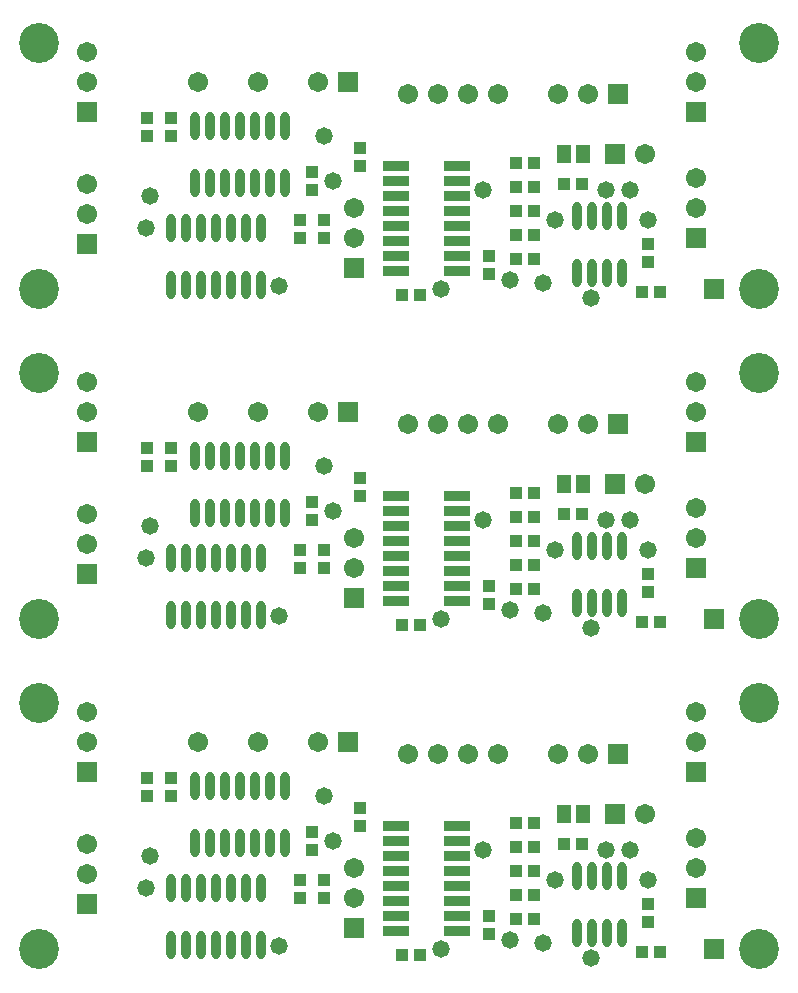
<source format=gts>
%FSLAX24Y24*%
%MOIN*%
G70*
G01*
G75*
G04 Layer_Color=8388736*
%ADD10R,0.0320X0.0360*%
%ADD11O,0.0236X0.0866*%
%ADD12R,0.0385X0.0520*%
%ADD13R,0.0360X0.0320*%
%ADD14R,0.0800X0.0260*%
%ADD15C,0.0250*%
%ADD16C,0.1250*%
%ADD17C,0.0591*%
%ADD18R,0.0591X0.0591*%
%ADD19R,0.0591X0.0591*%
%ADD20C,0.0500*%
%ADD21R,0.0600X0.0600*%
%ADD22C,0.0100*%
%ADD23C,0.0098*%
%ADD24C,0.0080*%
%ADD25C,0.0079*%
%ADD26C,0.0050*%
%ADD27R,0.0400X0.0440*%
%ADD28O,0.0316X0.0946*%
%ADD29R,0.0465X0.0600*%
%ADD30R,0.0440X0.0400*%
%ADD31R,0.0880X0.0340*%
%ADD32C,0.1330*%
%ADD33C,0.0671*%
%ADD34R,0.0671X0.0671*%
%ADD35R,0.0671X0.0671*%
%ADD36C,0.0580*%
D27*
X39250Y18850D02*
D03*
Y18250D02*
D03*
X34950Y22450D02*
D03*
Y21850D02*
D03*
X33750Y20050D02*
D03*
Y19450D02*
D03*
X32950Y20050D02*
D03*
Y19450D02*
D03*
X44550Y18650D02*
D03*
Y19250D02*
D03*
X27850Y22850D02*
D03*
Y23450D02*
D03*
X33350Y21650D02*
D03*
Y21050D02*
D03*
X28650Y22850D02*
D03*
Y23450D02*
D03*
X39250Y29850D02*
D03*
Y29250D02*
D03*
X34950Y33450D02*
D03*
Y32850D02*
D03*
X33750Y31050D02*
D03*
Y30450D02*
D03*
X32950Y31050D02*
D03*
Y30450D02*
D03*
X44550Y29650D02*
D03*
Y30250D02*
D03*
X27850Y33850D02*
D03*
Y34450D02*
D03*
X33350Y32650D02*
D03*
Y32050D02*
D03*
X28650Y33850D02*
D03*
Y34450D02*
D03*
X39250Y40850D02*
D03*
Y40250D02*
D03*
X34950Y44450D02*
D03*
Y43850D02*
D03*
X33750Y42050D02*
D03*
Y41450D02*
D03*
X32950Y42050D02*
D03*
Y41450D02*
D03*
X44550Y40650D02*
D03*
Y41250D02*
D03*
X27850Y44850D02*
D03*
Y45450D02*
D03*
X33350Y43650D02*
D03*
Y43050D02*
D03*
X28650Y44850D02*
D03*
Y45450D02*
D03*
D28*
X31650Y19795D02*
D03*
X31150D02*
D03*
X30650D02*
D03*
X30150D02*
D03*
X29650D02*
D03*
X29150D02*
D03*
X28650D02*
D03*
X31650Y17905D02*
D03*
X31150D02*
D03*
X30650D02*
D03*
X30150D02*
D03*
X29650D02*
D03*
X29150D02*
D03*
X28650D02*
D03*
X42200Y18305D02*
D03*
X42700D02*
D03*
X43200D02*
D03*
X43700D02*
D03*
X42200Y20195D02*
D03*
X42700D02*
D03*
X43200D02*
D03*
X43700D02*
D03*
X32450Y23195D02*
D03*
X31950D02*
D03*
X31450D02*
D03*
X30950D02*
D03*
X30450D02*
D03*
X29950D02*
D03*
X29450D02*
D03*
X32450Y21305D02*
D03*
X31950D02*
D03*
X31450D02*
D03*
X30950D02*
D03*
X30450D02*
D03*
X29950D02*
D03*
X29450D02*
D03*
X31650Y30795D02*
D03*
X31150D02*
D03*
X30650D02*
D03*
X30150D02*
D03*
X29650D02*
D03*
X29150D02*
D03*
X28650D02*
D03*
X31650Y28905D02*
D03*
X31150D02*
D03*
X30650D02*
D03*
X30150D02*
D03*
X29650D02*
D03*
X29150D02*
D03*
X28650D02*
D03*
X42200Y29305D02*
D03*
X42700D02*
D03*
X43200D02*
D03*
X43700D02*
D03*
X42200Y31195D02*
D03*
X42700D02*
D03*
X43200D02*
D03*
X43700D02*
D03*
X32450Y34195D02*
D03*
X31950D02*
D03*
X31450D02*
D03*
X30950D02*
D03*
X30450D02*
D03*
X29950D02*
D03*
X29450D02*
D03*
X32450Y32305D02*
D03*
X31950D02*
D03*
X31450D02*
D03*
X30950D02*
D03*
X30450D02*
D03*
X29950D02*
D03*
X29450D02*
D03*
X31650Y41795D02*
D03*
X31150D02*
D03*
X30650D02*
D03*
X30150D02*
D03*
X29650D02*
D03*
X29150D02*
D03*
X28650D02*
D03*
X31650Y39905D02*
D03*
X31150D02*
D03*
X30650D02*
D03*
X30150D02*
D03*
X29650D02*
D03*
X29150D02*
D03*
X28650D02*
D03*
X42200Y40305D02*
D03*
X42700D02*
D03*
X43200D02*
D03*
X43700D02*
D03*
X42200Y42195D02*
D03*
X42700D02*
D03*
X43200D02*
D03*
X43700D02*
D03*
X32450Y45195D02*
D03*
X31950D02*
D03*
X31450D02*
D03*
X30950D02*
D03*
X30450D02*
D03*
X29950D02*
D03*
X29450D02*
D03*
X32450Y43305D02*
D03*
X31950D02*
D03*
X31450D02*
D03*
X30950D02*
D03*
X30450D02*
D03*
X29950D02*
D03*
X29450D02*
D03*
D29*
X41750Y22250D02*
D03*
X42375D02*
D03*
X41750Y33250D02*
D03*
X42375D02*
D03*
X41750Y44250D02*
D03*
X42375D02*
D03*
D30*
X42350Y21250D02*
D03*
X41750D02*
D03*
X40750Y21950D02*
D03*
X40150D02*
D03*
X40750Y19550D02*
D03*
X40150D02*
D03*
X40750Y20350D02*
D03*
X40150D02*
D03*
X36350Y17550D02*
D03*
X36950D02*
D03*
X40750Y21150D02*
D03*
X40150D02*
D03*
X44950Y17650D02*
D03*
X44350D02*
D03*
X40750Y18750D02*
D03*
X40150D02*
D03*
X42350Y32250D02*
D03*
X41750D02*
D03*
X40750Y32950D02*
D03*
X40150D02*
D03*
X40750Y30550D02*
D03*
X40150D02*
D03*
X40750Y31350D02*
D03*
X40150D02*
D03*
X36350Y28550D02*
D03*
X36950D02*
D03*
X40750Y32150D02*
D03*
X40150D02*
D03*
X44950Y28650D02*
D03*
X44350D02*
D03*
X40750Y29750D02*
D03*
X40150D02*
D03*
X42350Y43250D02*
D03*
X41750D02*
D03*
X40750Y43950D02*
D03*
X40150D02*
D03*
X40750Y41550D02*
D03*
X40150D02*
D03*
X40750Y42350D02*
D03*
X40150D02*
D03*
X36350Y39550D02*
D03*
X36950D02*
D03*
X40750Y43150D02*
D03*
X40150D02*
D03*
X44950Y39650D02*
D03*
X44350D02*
D03*
X40750Y40750D02*
D03*
X40150D02*
D03*
D31*
X36150Y21850D02*
D03*
Y21350D02*
D03*
Y20850D02*
D03*
Y20350D02*
D03*
Y19850D02*
D03*
Y19350D02*
D03*
X38200Y21850D02*
D03*
Y21350D02*
D03*
Y20850D02*
D03*
Y20350D02*
D03*
Y19850D02*
D03*
Y19350D02*
D03*
X36150Y18850D02*
D03*
Y18350D02*
D03*
X38200Y18850D02*
D03*
Y18350D02*
D03*
X36150Y32850D02*
D03*
Y32350D02*
D03*
Y31850D02*
D03*
Y31350D02*
D03*
Y30850D02*
D03*
Y30350D02*
D03*
X38200Y32850D02*
D03*
Y32350D02*
D03*
Y31850D02*
D03*
Y31350D02*
D03*
Y30850D02*
D03*
Y30350D02*
D03*
X36150Y29850D02*
D03*
Y29350D02*
D03*
X38200Y29850D02*
D03*
Y29350D02*
D03*
X36150Y43850D02*
D03*
Y43350D02*
D03*
Y42850D02*
D03*
Y42350D02*
D03*
Y41850D02*
D03*
Y41350D02*
D03*
X38200Y43850D02*
D03*
Y43350D02*
D03*
Y42850D02*
D03*
Y42350D02*
D03*
Y41850D02*
D03*
Y41350D02*
D03*
X36150Y40850D02*
D03*
Y40350D02*
D03*
X38200Y40850D02*
D03*
Y40350D02*
D03*
D32*
X48250Y17750D02*
D03*
Y25950D02*
D03*
X24250Y17750D02*
D03*
Y25950D02*
D03*
X48250Y28750D02*
D03*
Y36950D02*
D03*
X24250Y28750D02*
D03*
Y36950D02*
D03*
X48250Y39750D02*
D03*
Y47950D02*
D03*
X24250Y39750D02*
D03*
Y47950D02*
D03*
D33*
X36550Y24250D02*
D03*
X37550D02*
D03*
X39550D02*
D03*
X42550D02*
D03*
X41550D02*
D03*
X38550D02*
D03*
X33550Y24650D02*
D03*
X31550D02*
D03*
X29550D02*
D03*
X46150D02*
D03*
Y25650D02*
D03*
Y20450D02*
D03*
Y21450D02*
D03*
X25850Y20250D02*
D03*
Y21250D02*
D03*
X34750Y20450D02*
D03*
Y19450D02*
D03*
X25850Y24650D02*
D03*
Y25650D02*
D03*
X44450Y22250D02*
D03*
X36550Y35250D02*
D03*
X37550D02*
D03*
X39550D02*
D03*
X42550D02*
D03*
X41550D02*
D03*
X38550D02*
D03*
X33550Y35650D02*
D03*
X31550D02*
D03*
X29550D02*
D03*
X46150D02*
D03*
Y36650D02*
D03*
Y31450D02*
D03*
Y32450D02*
D03*
X25850Y31250D02*
D03*
Y32250D02*
D03*
X34750Y31450D02*
D03*
Y30450D02*
D03*
X25850Y35650D02*
D03*
Y36650D02*
D03*
X44450Y33250D02*
D03*
X36550Y46250D02*
D03*
X37550D02*
D03*
X39550D02*
D03*
X42550D02*
D03*
X41550D02*
D03*
X38550D02*
D03*
X33550Y46650D02*
D03*
X31550D02*
D03*
X29550D02*
D03*
X46150D02*
D03*
Y47650D02*
D03*
Y42450D02*
D03*
Y43450D02*
D03*
X25850Y42250D02*
D03*
Y43250D02*
D03*
X34750Y42450D02*
D03*
Y41450D02*
D03*
X25850Y46650D02*
D03*
Y47650D02*
D03*
X44450Y44250D02*
D03*
D34*
X43550Y24250D02*
D03*
X34550Y24650D02*
D03*
X43450Y22250D02*
D03*
X43550Y35250D02*
D03*
X34550Y35650D02*
D03*
X43450Y33250D02*
D03*
X43550Y46250D02*
D03*
X34550Y46650D02*
D03*
X43450Y44250D02*
D03*
D35*
X46150Y23650D02*
D03*
Y19450D02*
D03*
X46750Y17750D02*
D03*
X25850Y19250D02*
D03*
X34750Y18450D02*
D03*
X25850Y23650D02*
D03*
X46150Y34650D02*
D03*
Y30450D02*
D03*
X46750Y28750D02*
D03*
X25850Y30250D02*
D03*
X34750Y29450D02*
D03*
X25850Y34650D02*
D03*
X46150Y45650D02*
D03*
Y41450D02*
D03*
X46750Y39750D02*
D03*
X25850Y41250D02*
D03*
X34750Y40450D02*
D03*
X25850Y45650D02*
D03*
D36*
X44550Y20050D02*
D03*
X27950Y20850D02*
D03*
X37650Y17750D02*
D03*
X32250Y17850D02*
D03*
X34050Y21350D02*
D03*
X27805Y19795D02*
D03*
X33750Y22850D02*
D03*
X39050Y21050D02*
D03*
X39950Y18050D02*
D03*
X43950Y21050D02*
D03*
X41450Y20050D02*
D03*
X41050Y17950D02*
D03*
X42650Y17450D02*
D03*
X43150Y21050D02*
D03*
X44550Y31050D02*
D03*
X27950Y31850D02*
D03*
X37650Y28750D02*
D03*
X32250Y28850D02*
D03*
X34050Y32350D02*
D03*
X27805Y30795D02*
D03*
X33750Y33850D02*
D03*
X39050Y32050D02*
D03*
X39950Y29050D02*
D03*
X43950Y32050D02*
D03*
X41450Y31050D02*
D03*
X41050Y28950D02*
D03*
X42650Y28450D02*
D03*
X43150Y32050D02*
D03*
X44550Y42050D02*
D03*
X27950Y42850D02*
D03*
X37650Y39750D02*
D03*
X32250Y39850D02*
D03*
X34050Y43350D02*
D03*
X27805Y41795D02*
D03*
X33750Y44850D02*
D03*
X39050Y43050D02*
D03*
X39950Y40050D02*
D03*
X43950Y43050D02*
D03*
X41450Y42050D02*
D03*
X41050Y39950D02*
D03*
X42650Y39450D02*
D03*
X43150Y43050D02*
D03*
M02*

</source>
